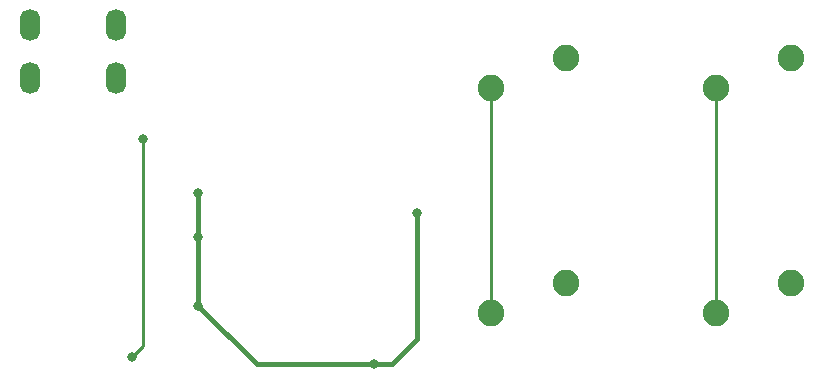
<source format=gbr>
%TF.GenerationSoftware,KiCad,Pcbnew,(6.0.9)*%
%TF.CreationDate,2022-11-11T17:54:53+11:00*%
%TF.ProjectId,Tomie2-Macro-Pad,546f6d69-6532-42d4-9d61-63726f2d5061,rev?*%
%TF.SameCoordinates,Original*%
%TF.FileFunction,Copper,L1,Top*%
%TF.FilePolarity,Positive*%
%FSLAX46Y46*%
G04 Gerber Fmt 4.6, Leading zero omitted, Abs format (unit mm)*
G04 Created by KiCad (PCBNEW (6.0.9)) date 2022-11-11 17:54:53*
%MOMM*%
%LPD*%
G01*
G04 APERTURE LIST*
%TA.AperFunction,ComponentPad*%
%ADD10C,2.250000*%
%TD*%
%TA.AperFunction,ComponentPad*%
%ADD11O,1.700000X2.700000*%
%TD*%
%TA.AperFunction,ViaPad*%
%ADD12C,0.800000*%
%TD*%
%TA.AperFunction,Conductor*%
%ADD13C,0.381000*%
%TD*%
%TA.AperFunction,Conductor*%
%ADD14C,0.254000*%
%TD*%
G04 APERTURE END LIST*
D10*
%TO.P,MX4,1,COL*%
%TO.N,COL1*%
X104933750Y-114935000D03*
%TO.P,MX4,2,ROW*%
%TO.N,Net-(D4-Pad2)*%
X111283750Y-112395000D03*
%TD*%
%TO.P,MX1,1,COL*%
%TO.N,COL0*%
X85883750Y-95885000D03*
%TO.P,MX1,2,ROW*%
%TO.N,Net-(D1-Pad2)*%
X92233750Y-93345000D03*
%TD*%
%TO.P,MX3,1,COL*%
%TO.N,COL0*%
X85883750Y-114935000D03*
%TO.P,MX3,2,ROW*%
%TO.N,Net-(D3-Pad2)*%
X92233750Y-112395000D03*
%TD*%
%TO.P,MX2,1,COL*%
%TO.N,COL1*%
X104933750Y-95885000D03*
%TO.P,MX2,2,ROW*%
%TO.N,Net-(D2-Pad2)*%
X111283750Y-93345000D03*
%TD*%
D11*
%TO.P,USB1,6,SHIELD*%
%TO.N,unconnected-(USB1-Pad6)*%
X54131250Y-94987500D03*
X46831250Y-94987500D03*
X46831250Y-90487500D03*
X54131250Y-90487500D03*
%TD*%
D12*
%TO.N,+5V*%
X75946000Y-119253000D03*
X61087000Y-104775000D03*
X61087000Y-114300000D03*
X79629000Y-106426000D03*
X61087000Y-108458000D03*
%TO.N,Net-(R1-Pad2)*%
X56388000Y-100203000D03*
X55499000Y-118618000D03*
%TD*%
D13*
%TO.N,+5V*%
X66040000Y-119253000D02*
X75946000Y-119253000D01*
X61087000Y-114300000D02*
X66040000Y-119253000D01*
X79629000Y-117094000D02*
X79629000Y-106426000D01*
X61087000Y-104775000D02*
X61087000Y-108458000D01*
X77470000Y-119253000D02*
X79629000Y-117094000D01*
X75946000Y-119253000D02*
X77470000Y-119253000D01*
X61087000Y-108458000D02*
X61087000Y-114300000D01*
D14*
%TO.N,COL0*%
X85883750Y-95885000D02*
X85883750Y-114935000D01*
%TO.N,COL1*%
X104933750Y-95885000D02*
X104933750Y-114935000D01*
%TO.N,Net-(R1-Pad2)*%
X56388000Y-100203000D02*
X56388000Y-117729000D01*
X56388000Y-117729000D02*
X55499000Y-118618000D01*
%TD*%
M02*

</source>
